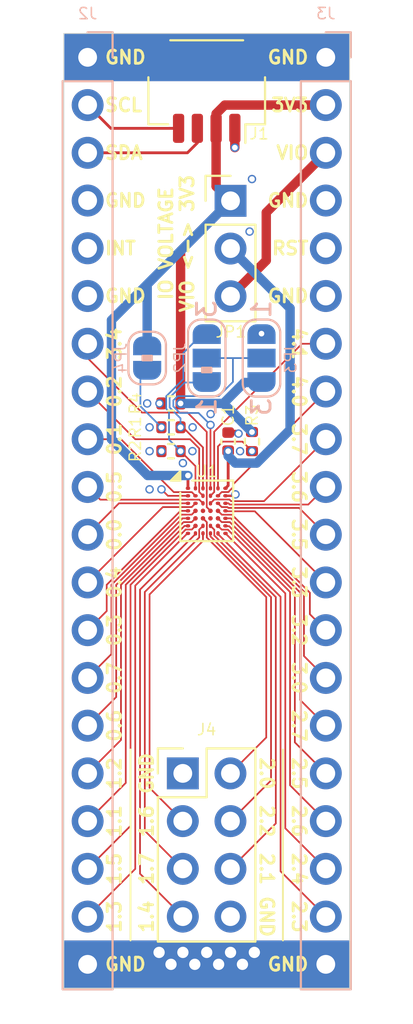
<source format=kicad_pcb>
(kicad_pcb (version 20240108) (generator "pcbnew") (generator_version "8.0")
  (layers (0 "F.Cu" mixed) (1 "In1.Cu" power) (2 "In2.Cu" signal) (3 "In3.Cu" signal) (4 "In4.Cu" power) (31 "B.Cu" mixed) (34 "B.Paste" user) (35 "F.Paste" user) (36 "B.SilkS" user "B.Silkscreen") (37 "F.SilkS" user "F.Silkscreen") (38 "B.Mask" user) (39 "F.Mask" user) (44 "Edge.Cuts" user))
  (net 0 "")
  (net 1 "P1_6")
  (net 2 "P0_2")
  (net 3 "P2_5")
  (net 4 "P2_2")
  (net 5 "P0_5")
  (net 6 "P1_2")
  (net 7 "P3_6")
  (net 8 "P0_7")
  (net 9 "P1_4")
  (net 10 "P3_4")
  (net 11 "P2_3")
  (net 12 "P4_1")
  (net 13 "P1_5")
  (net 14 "P0_1")
  (net 15 "P3_5")
  (net 16 "P2_4")
  (net 17 "P3_7")
  (net 18 "P3_3")
  (net 19 "P4_0")
  (net 20 "P2_6")
  (net 21 "P0_4")
  (net 22 "P0_6")
  (net 23 "P0_3")
  (net 24 "P1_7")
  (net 25 "P3_0")
  (net 26 "P3_2")
  (net 27 "P1_1")
  (net 28 "P2_1")
  (net 29 "P1_3")
  (net 30 "P0_0")
  (net 31 "P2_7")
  (net 32 "P2_0")
  (net 33 "GND")
  (net 34 "+3V3")
  (net 35 "/SDA")
  (net 36 "/SCL")
  (net 37 "/V_{DD(P)}")
  (net 38 "Net-(JP4-A)")
  (net 39 "VIO")
  (net 40 "/ADDR")
  (net 41 "/~{RESET}")
  (net 42 "/~{INT}")
  (footprint "Resistor_SMD:R_0402_1005Metric" (layer "F.Cu") (at 153.095 104.765)
    (property "Reference" "R4" (at -1.905 0 90) (layer "F.SilkS") (effects (font (size 0.6 0.6) (thickness 0.08))))
    (property "Value" "10k")
    (pad "1" smd roundrect (at -0.51 0) (size 0.54 0.64) (layers "F.Cu" "F.Paste" "F.Mask") (net 42 "/~{INT}"))
    (pad "2" smd roundrect (at 0.51 0) (size 0.54 0.64) (layers "F.Cu" "F.Paste" "F.Mask") (net 34 "+3V3"))
  )
  (footprint "Connector_PinHeader_2.54mm:PinHeader_2x04_P2.54mm_Vertical" (layer "F.Cu") (at 153.725 124.45)
    (property "Reference" "J4" (at 1.27 -2.33 0) (layer "F.SilkS") (effects (font (size 0.6 0.6) (thickness 0.08))))
    (property "Value" "Conn_02x04_Odd_Even")
    (pad "1" thru_hole rect (at 0 0) (size 1.7 1.7) (drill 1) (layers "*.Cu" "*.Mask") (net 33 "GND"))
    (pad "2" thru_hole oval (at 2.54 0) (size 1.7 1.7) (drill 1) (layers "*.Cu" "*.Mask") (net 32 "P2_0"))
    (pad "3" thru_hole oval (at 0 2.54) (size 1.7 1.7) (drill 1) (layers "*.Cu" "*.Mask") (net 1 "P1_6"))
    (pad "4" thru_hole oval (at 2.54 2.54) (size 1.7 1.7) (drill 1) (layers "*.Cu" "*.Mask") (net 4 "P2_2"))
    (pad "5" thru_hole oval (at 0 5.08) (size 1.7 1.7) (drill 1) (layers "*.Cu" "*.Mask") (net 24 "P1_7"))
    (pad "6" thru_hole oval (at 2.54 5.08) (size 1.7 1.7) (drill 1) (layers "*.Cu" "*.Mask") (net 28 "P2_1"))
    (pad "7" thru_hole oval (at 0 7.62) (size 1.7 1.7) (drill 1) (layers "*.Cu" "*.Mask") (net 9 "P1_4"))
    (pad "8" thru_hole oval (at 2.54 7.62) (size 1.7 1.7) (drill 1) (layers "*.Cu" "*.Mask") (net 33 "GND"))
  )
  (footprint "Resistor_SMD:R_0402_1005Metric" (layer "F.Cu") (at 153.095 106.035)
    (property "Reference" "R1" (at -1.905 0 90) (layer "F.SilkS") (effects (font (size 0.6 0.6) (thickness 0.08))))
    (property "Value" "4.7k")
    (pad "1" smd roundrect (at -0.51 0) (size 0.54 0.64) (layers "F.Cu" "F.Paste" "F.Mask") (net 38 "Net-(JP4-A)"))
    (pad "2" smd roundrect (at 0.51 0) (size 0.54 0.64) (layers "F.Cu" "F.Paste" "F.Mask") (net 36 "/SCL"))
  )
  (footprint "Connector_PinHeader_2.54mm:PinHeader_1x03_P2.54mm_Vertical" (layer "F.Cu") (at 156.27 93.985)
    (property "Reference" "JP1" (at 0.015 6.97 180) (layer "F.SilkS") (effects (font (size 0.6 0.6) (thickness 0.08))))
    (property "Value" "Jumper_3_Bridged12")
    (pad "1" thru_hole rect (at 0 0) (size 1.7 1.7) (drill 1) (layers "*.Cu" "*.Mask") (net 34 "+3V3"))
    (pad "2" thru_hole oval (at 0 2.54) (size 1.7 1.7) (drill 1) (layers "*.Cu" "*.Mask") (net 37 "/V_{DD(P)}"))
    (pad "3" thru_hole oval (at 0 5.08) (size 1.7 1.7) (drill 1) (layers "*.Cu" "*.Mask") (net 39 "VIO"))
  )
  (footprint "Connector_JST:JST_SH_SM04B-SRSS-TB_1x04-1MP_P1.00mm_Horizontal" (layer "F.Cu") (at 155 88.128 180)
    (property "Reference" "J1" (at -2.794 -2.286 0) (layer "F.SilkS") (effects (font (size 0.6 0.6) (thickness 0.08))))
    (property "Value" "SM04B-SRSS-TB")
    (pad "1" smd roundrect (at -1.5 -2 180) (size 0.6 1.55) (layers "F.Cu" "F.Paste" "F.Mask") (net 33 "GND"))
    (pad "2" smd roundrect (at -0.5 -2 180) (size 0.6 1.55) (layers "F.Cu" "F.Paste" "F.Mask") (net 34 "+3V3"))
    (pad "3" smd roundrect (at 0.5 -2 180) (size 0.6 1.55) (layers "F.Cu" "F.Paste" "F.Mask") (net 35 "/SDA"))
    (pad "4" smd roundrect (at 1.5 -2 180) (size 0.6 1.55) (layers "F.Cu" "F.Paste" "F.Mask") (net 36 "/SCL"))
    (pad "MP" smd roundrect (at -2.8 1.875 180) (size 1.2 1.8) (layers "F.Cu" "F.Paste" "F.Mask") (roundrect_rratio 0.208333) (net 33 "GND"))
    (pad "MP" smd roundrect (at 2.8 1.875 180) (size 1.2 1.8) (layers "F.Cu" "F.Paste" "F.Mask") (roundrect_rratio 0.208333) (net 33 "GND"))
  )
  (footprint "Capacitor_SMD:C_0402_1005Metric" (layer "F.Cu") (at 156.143 106.797 90)
    (property "Reference" "C1" (at 1.397 0 270) (layer "F.SilkS") (effects (font (size 0.6 0.6) (thickness 0.08))))
    (property "Value" "0.22u")
    (pad "1" smd roundrect (at -0.48 0 90) (size 0.56 0.62) (layers "F.Cu" "F.Paste" "F.Mask") (net 37 "/V_{DD(P)}"))
    (pad "2" smd roundrect (at 0.48 0 90) (size 0.56 0.62) (layers "F.Cu" "F.Paste" "F.Mask") (net 33 "GND"))
  )
  (footprint "Package_BGA:NXP_VFBGA-42_2.6x3mm_Layout6x7_P0.4mm_Ball0.25mm_Pad0.24mm" (layer "F.Cu") (at 155 110.48)
    (property "Reference" "U1" (at 0 -2.104 0) (layer "F.SilkS") (effects (font (size 0.6 0.6) (thickness 0.08))))
    (property "Value" "PCAL6534EV")
    (pad "A1" smd oval (at -1 -1.2) (size 0.24 0.18) (property pad_prop_bga) (layers "F.Cu" "F.Paste" "F.Mask") (net 34 "+3V3") (clearance 0.06))
    (pad "A2" smd oval (at -0.6 -1.2 90) (size 0.24 0.18) (property pad_prop_bga) (layers "F.Cu" "F.Paste" "F.Mask") (net 35 "/SDA"))
    (pad "A3" smd oval (at -0.2 -1.2 90) (size 0.24 0.18) (property pad_prop_bga) (layers "F.Cu" "F.Paste" "F.Mask") (net 36 "/SCL"))
    (pad "A4" smd oval (at 0.2 -1.2 90) (size 0.24 0.18) (property pad_prop_bga) (layers "F.Cu" "F.Paste" "F.Mask") (net 40 "/ADDR"))
    (pad "A5" smd oval (at 0.6 -1.2 90) (size 0.24 0.18) (property pad_prop_bga) (layers "F.Cu" "F.Paste" "F.Mask") (net 41 "/~{RESET}"))
    (pad "A6" smd oval (at 1 -1.2) (size 0.24 0.18) (property pad_prop_bga) (layers "F.Cu" "F.Paste" "F.Mask") (net 37 "/V_{DD(P)}"))
    (pad "B1" smd oval (at -1 -0.8) (size 0.24 0.18) (property pad_prop_bga) (layers "F.Cu" "F.Paste" "F.Mask") (net 42 "/~{INT}") (clearance 0.06))
    (pad "B2" smd oval (at -0.6 -0.8) (size 0.24 0.18) (property pad_prop_bga) (layers "F.Cu" "F.Paste" "F.Mask") (net 14 "P0_1"))
    (pad "B3" smd oval (at -0.2 -0.8 90) (size 0.24 0.18) (property pad_prop_bga) (layers "F.Cu" "F.Paste" "F.Mask") (net 2 "P0_2"))
    (pad "B4" smd oval (at 0.2 -0.8 90) (size 0.24 0.18) (property pad_prop_bga) (layers "F.Cu" "F.Paste" "F.Mask") (net 12 "P4_1"))
    (pad "B5" smd oval (at 0.6 -0.8) (size 0.24 0.18) (property pad_prop_bga) (layers "F.Cu" "F.Paste" "F.Mask") (net 19 "P4_0"))
    (pad "B6" smd oval (at 1 -0.8) (size 0.24 0.18) (property pad_prop_bga) (layers "F.Cu" "F.Paste" "F.Mask") (net 33 "GND"))
    (pad "C1" smd oval (at -1 -0.4) (size 0.24 0.18) (property pad_prop_bga) (layers "F.Cu" "F.Paste" "F.Mask") (net 30 "P0_0"))
    (pad "C2" smd oval (at -0.6 -0.4) (size 0.24 0.18) (property pad_prop_bga) (layers "F.Cu" "F.Paste" "F.Mask") (net 21 "P0_4"))
    (pad "C3" smd oval (at -0.2 -0.4 90) (size 0.24 0.18) (property pad_prop_bga) (layers "F.Cu" "F.Paste" "F.Mask") (net 5 "P0_5"))
    (pad "C4" smd oval (at 0.2 -0.4 90) (size 0.24 0.18) (property pad_prop_bga) (layers "F.Cu" "F.Paste" "F.Mask") (net 17 "P3_7"))
    (pad "C5" smd oval (at 0.6 -0.4) (size 0.24 0.18) (property pad_prop_bga) (layers "F.Cu" "F.Paste" "F.Mask") (net 15 "P3_5"))
    (pad "C6" smd oval (at 1 -0.4) (size 0.24 0.18) (property pad_prop_bga) (layers "F.Cu" "F.Paste" "F.Mask") (net 7 "P3_6"))
    (pad "D1" smd oval (at -1 0) (size 0.24 0.18) (property pad_prop_bga) (layers "F.Cu" "F.Paste" "F.Mask") (net 23 "P0_3"))
    (pad "D2" smd circle (at -0.6 0) (size 0.24 0.24) (property pad_prop_bga) (layers "F.Cu" "F.Paste" "F.Mask") (net 8 "P0_7"))
    (pad "D3" smd circle (at -0.2 0) (size 0.24 0.24) (property pad_prop_bga) (layers "F.Cu" "F.Paste" "F.Mask"))
    (pad "D4" smd circle (at 0.2 0) (size 0.24 0.24) (property pad_prop_bga) (layers "F.Cu" "F.Paste" "F.Mask") (net 10 "P3_4"))
    (pad "D5" smd circle (at 0.6 0) (size 0.24 0.24) (property pad_prop_bga) (layers "F.Cu" "F.Paste" "F.Mask") (net 26 "P3_2"))
    (pad "D6" smd oval (at 1 0) (size 0.24 0.18) (property pad_prop_bga) (layers "F.Cu" "F.Paste" "F.Mask") (net 18 "P3_3"))
    (pad "E1" smd oval (at -1 0.4) (size 0.24 0.18) (property pad_prop_bga) (layers "F.Cu" "F.Paste" "F.Mask") (net 22 "P0_6"))
    (pad "E2" smd circle (at -0.6 0.4) (size 0.24 0.24) (property pad_prop_bga) (layers "F.Cu" "F.Paste" "F.Mask") (net 6 "P1_2"))
    (pad "E3" smd circle (at -0.2 0.4) (size 0.24 0.24) (property pad_prop_bga) (layers "F.Cu" "F.Paste" "F.Mask") (net 32 "P2_0"))
    (pad "E4" smd circle (at 0.2 0.4) (size 0.24 0.24) (property pad_prop_bga) (layers "F.Cu" "F.Paste" "F.Mask"))
    (pad "E5" smd circle (at 0.6 0.4) (size 0.24 0.24) (property pad_prop_bga) (layers "F.Cu" "F.Paste" "F.Mask") (net 31 "P2_7"))
    (pad "E6" smd oval (at 1 0.4) (size 0.24 0.18) (property pad_prop_bga) (layers "F.Cu" "F.Paste" "F.Mask") (net 25 "P3_0"))
    (pad "F1" smd oval (at -1 0.8) (size 0.24 0.18) (property pad_prop_bga) (layers "F.Cu" "F.Paste" "F.Mask") (net 27 "P1_1"))
    (pad "F2" smd circle (at -0.6 0.8) (size 0.24 0.24) (property pad_prop_bga) (layers "F.Cu" "F.Paste" "F.Mask") (net 13 "P1_5"))
    (pad "F3" smd oval (at -0.2 0.8 90) (size 0.24 0.18) (property pad_prop_bga) (layers "F.Cu" "F.Paste" "F.Mask") (net 24 "P1_7"))
    (pad "F4" smd oval (at 0.2 0.8 90) (size 0.24 0.18) (property pad_prop_bga) (layers "F.Cu" "F.Paste" "F.Mask") (net 28 "P2_1"))
    (pad "F5" smd circle (at 0.6 0.8) (size 0.24 0.24) (property pad_prop_bga) (layers "F.Cu" "F.Paste" "F.Mask") (net 20 "P2_6"))
    (pad "F6" smd oval (at 1 0.8) (size 0.24 0.18) (property pad_prop_bga) (layers "F.Cu" "F.Paste" "F.Mask") (net 3 "P2_5"))
    (pad "G1" smd oval (at -1 1.2) (size 0.24 0.18) (property pad_prop_bga) (layers "F.Cu" "F.Paste" "F.Mask") (net 29 "P1_3"))
    (pad "G2" smd oval (at -0.6 1.2 90) (size 0.24 0.18) (property pad_prop_bga) (layers "F.Cu" "F.Paste" "F.Mask") (net 9 "P1_4"))
    (pad "G3" smd oval (at -0.2 1.2 90) (size 0.24 0.18) (property pad_prop_bga) (layers "F.Cu" "F.Paste" "F.Mask") (net 1 "P1_6"))
    (pad "G4" smd oval (at 0.2 1.2 90) (size 0.24 0.18) (property pad_prop_bga) (layers "F.Cu" "F.Paste" "F.Mask") (net 4 "P2_2"))
    (pad "G5" smd oval (at 0.6 1.2 90) (size 0.24 0.18) (property pad_prop_bga) (layers "F.Cu" "F.Paste" "F.Mask") (net 11 "P2_3"))
    (pad "G6" smd oval (at 1 1.2) (size 0.24 0.18) (property pad_prop_bga) (layers "F.Cu" "F.Paste" "F.Mask") (net 16 "P2_4"))
  )
  (footprint "Resistor_SMD:R_0402_1005Metric" (layer "F.Cu") (at 153.095 107.305)
    (property "Reference" "R2" (at -1.905 0 90) (layer "F.SilkS") (effects (font (size 0.6 0.6) (thickness 0.08))))
    (property "Value" "4.7k")
    (pad "1" smd roundrect (at -0.51 0) (size 0.54 0.64) (layers "F.Cu" "F.Paste" "F.Mask") (net 38 "Net-(JP4-A)"))
    (pad "2" smd roundrect (at 0.51 0) (size 0.54 0.64) (layers "F.Cu" "F.Paste" "F.Mask") (net 35 "/SDA"))
  )
  (footprint "Resistor_SMD:R_0402_1005Metric" (layer "F.Cu") (at 157.413 106.795 90)
    (property "Reference" "R3" (at 1.397 0 270) (layer "F.SilkS") (effects (font (size 0.6 0.6) (thickness 0.08))))
    (property "Value" "10k")
    (pad "1" smd roundrect (at -0.51 0 90) (size 0.54 0.64) (layers "F.Cu" "F.Paste" "F.Mask") (net 41 "/~{RESET}"))
    (pad "2" smd roundrect (at 0.51 0 90) (size 0.54 0.64) (layers "F.Cu" "F.Paste" "F.Mask") (net 34 "+3V3"))
  )
  (footprint "Jumper:SolderJumper-2_P1.3mm_Bridged_RoundedPad1.0x1.5mm" (layer "B.Cu") (at 151.825 102.352 90)
    (property "Reference" "JP4" (at 0 -1.397 270) (layer "B.SilkS") (effects (font (size 0.6 0.6) (thickness 0.08)) (justify mirror)))
    (property "Value" "SolderJumper_2_Bridged")
    (fp_poly (pts (xy 0.25 0.3) (xy -0.25 0.3) (xy -0.25 -0.3) (xy 0.25 -0.3)) (fill solid) (layer "B.Cu"))
    (pad "1" smd custom (at -0.65 0 90) (size 1 0.5) (layers "B.Cu" "B.Mask") (net 38 "Net-(JP4-A)") (options (clearance outline) (anchor rect)) (primitives (gr_circle (center 0 -0.25) (end 0.5 -0.25) (width 0) (fill yes)) (gr_circle (center 0 0.25) (end 0.5 0.25) (width 0) (fill yes)) (gr_poly (pts (xy 0.5 -0.75) (xy 0 -0.75) (xy 0 0.75) (xy 0.5 0.75)) (width 0) (fill yes))))
    (pad "2" smd custom (at 0.65 0 90) (size 1 0.5) (layers "B.Cu" "B.Mask") (net 34 "+3V3") (options (clearance outline) (anchor rect)) (primitives (gr_circle (center 0 -0.25) (end 0.5 -0.25) (width 0) (fill yes)) (gr_circle (center 0 0.25) (end 0.5 0.25) (width 0) (fill yes)) (gr_poly (pts (xy 0 -0.75) (xy -0.5 -0.75) (xy -0.5 0.75) (xy 0 0.75)) (width 0) (fill yes))))
  )
  (footprint "Jumper:SolderJumper-3_P1.3mm_Open_RoundedPad1.0x1.5mm_NumberLabels" (layer "B.Cu") (at 157.921 102.352 -90)
    (property "Reference" "JP3" (at 0 -1.556 90) (layer "B.SilkS") (effects (font (size 0.6 0.6) (thickness 0.08)) (justify mirror)))
    (property "Value" "SolderJumper_3_Open")
    (fp_text user "3" (at 2.6 0 90) (layer "B.SilkS") (effects (justify mirror)))
    (fp_text user "1" (at -2.6 0 90) (layer "B.SilkS") (effects (justify mirror)))
    (pad "1" smd custom (at -1.3 0 270) (size 1 0.5) (layers "B.Cu" "B.Mask") (net 33 "GND") (options (clearance outline) (anchor rect)) (primitives (gr_circle (center 0 -0.25) (end 0.5 -0.25) (width 0) (fill yes)) (gr_circle (center 0 0.25) (end 0.5 0.25) (width 0) (fill yes)) (gr_poly (pts (xy 0.55 -0.75) (xy 0 -0.75) (xy 0 0.75) (xy 0.55 0.75)) (width 0) (fill yes))))
    (pad "2" smd rect (at 0 0 270) (size 1 1.5) (layers "B.Cu" "B.Mask") (net 40 "/ADDR"))
    (pad "3" smd custom (at 1.3 0 270) (size 1 0.5) (layers "B.Cu" "B.Mask") (net 34 "+3V3") (options (clearance outline) (anchor rect)) (primitives (gr_circle (center 0 -0.25) (end 0.5 -0.25) (width 0) (fill yes)) (gr_circle (center 0 0.25) (end 0.5 0.25) (width 0) (fill yes)) (gr_poly (pts (xy 0 -0.75) (xy -0.55 -0.75) (xy -0.55 0.75) (xy 0 0.75)) (width 0) (fill yes))))
  )
  (footprint "Connector_PinHeader_2.54mm:PinHeader_1x20_P2.54mm_Vertical" (layer "B.Cu") (at 161.35 86.35 180)
    (property "Reference" "J3" (at 0 2.33 180) (layer "B.SilkS") (effects (font (size 0.6 0.6) (thickness 0.08)) (justify mirror)))
    (property "Value" "Conn_01x20")
    (pad "1" thru_hole rect (at 0 0 180) (size 1.7 1.7) (drill 1) (layers "*.Cu" "*.Mask") (net 33 "GND"))
    (pad "2" thru_hole oval (at 0 -2.54 180) (size 1.7 1.7) (drill 1) (layers "*.Cu" "*.Mask") (net 34 "+3V3"))
    (pad "3" thru_hole oval (at 0 -5.08 180) (size 1.7 1.7) (drill 1) (layers "*.Cu" "*.Mask") (net 39 "VIO"))
    (pad "4" thru_hole oval (at 0 -7.62 180) (size 1.7 1.7) (drill 1) (layers "*.Cu" "*.Mask") (net 33 "GND"))
    (pad "5" thru_hole oval (at 0 -10.16 180) (size 1.7 1.7) (drill 1) (layers "*.Cu" "*.Mask") (net 41 "/~{RESET}"))
    (pad "6" thru_hole oval (at 0 -12.7 180) (size 1.7 1.7) (drill 1) (layers "*.Cu" "*.Mask") (net 33 "GND"))
    (pad "7" thru_hole oval (at 0 -15.24 180) (size 1.7 1.7) (drill 1) (layers "*.Cu" "*.Mask") (net 12 "P4_1"))
    (pad "8" thru_hole oval (at 0 -17.78 180) (size 1.7 1.7) (drill 1) (layers "*.Cu" "*.Mask") (net 19 "P4_0"))
    (pad "9" thru_hole oval (at 0 -20.32 180) (size 1.7 1.7) (drill 1) (layers "*.Cu" "*.Mask") (net 17 "P3_7"))
    (pad "10" thru_hole oval (at 0 -22.86 180) (size 1.7 1.7) (drill 1) (layers "*.Cu" "*.Mask") (net 7 "P3_6"))
    (pad "11" thru_hole oval (at 0 -25.4 180) (size 1.7 1.7) (drill 1) (layers "*.Cu" "*.Mask") (net 15 "P3_5"))
    (pad "12" thru_hole oval (at 0 -27.94 180) (size 1.7 1.7) (drill 1) (layers "*.Cu" "*.Mask") (net 18 "P3_3"))
    (pad "13" thru_hole oval (at 0 -30.48 180) (size 1.7 1.7) (drill 1) (layers "*.Cu" "*.Mask") (net 26 "P3_2"))
    (pad "14" thru_hole oval (at 0 -33.02 180) (size 1.7 1.7) (drill 1) (layers "*.Cu" "*.Mask") (net 25 "P3_0"))
    (pad "15" thru_hole oval (at 0 -35.56 180) (size 1.7 1.7) (drill 1) (layers "*.Cu" "*.Mask") (net 31 "P2_7"))
    (pad "16" thru_hole oval (at 0 -38.1 180) (size 1.7 1.7) (drill 1) (layers "*.Cu" "*.Mask") (net 3 "P2_5"))
    (pad "17" thru_hole oval (at 0 -40.64 180) (size 1.7 1.7) (drill 1) (layers "*.Cu" "*.Mask") (net 20 "P2_6"))
    (pad "18" thru_hole oval (at 0 -43.18 180) (size 1.7 1.7) (drill 1) (layers "*.Cu" "*.Mask") (net 16 "P2_4"))
    (pad "19" thru_hole oval (at 0 -45.72 180) (size 1.7 1.7) (drill 1) (layers "*.Cu" "*.Mask") (net 11 "P2_3"))
    (pad "20" thru_hole oval (at 0 -48.26 180) (size 1.7 1.7) (drill 1) (layers "*.Cu" "*.Mask") (net 33 "GND"))
  )
  (footprint "Connector_PinHeader_2.54mm:PinHeader_1x20_P2.54mm_Vertical" (layer "B.Cu") (at 148.65 86.35 180)
    (property "Reference" "J2" (at 0 2.33 180) (layer "B.SilkS") (effects (font (size 0.6 0.6) (thickness 0.08)) (justify mirror)))
    (property "Value" "Conn_01x20")
    (pad "1" thru_hole rect (at 0 0 180) (size 1.7 1.7) (drill 1) (layers "*.Cu" "*.Mask") (net 33 "GND"))
    (pad "2" thru_hole oval (at 0 -2.54 180) (size 1.7 1.7) (drill 1) (layers "*.Cu" "*.Mask") (net 36 "/SCL"))
    (pad "3" thru_hole oval (at 0 -5.08 180) (size 1.7 1.7) (drill 1) (layers "*.Cu" "*.Mask") (net 35 "/SDA"))
    (pad "4" thru_hole oval (at 0 -7.62 180) (size 1.7 1.7) (drill 1) (layers "*.Cu" "*.Mask") (net 33 "GND"))
    (pad "5" thru_hole oval (at 0 -10.16 180) (size 1.7 1.7) (drill 1) (layers "*.Cu" "*.Mask") (net 42 "/~{INT}"))
    (pad "6" thru_hole oval (at 0 -12.7 180) (size 1.7 1.7) (drill 1) (layers "*.Cu" "*.Mask") (net 33 "GND"))
    (pad "7" thru_hole oval (at 0 -15.24 180) (size 1.7 1.7) (drill 1) (layers "*.Cu" "*.Mask") (net 10 "P3_4"))
    (pad "8" thru_hole oval (at 0 -17.78 180) (size 1.7 1.7) (drill 1) (layers "*.Cu" "*.Mask") (net 2 "P0_2"))
    (pad "9" thru_hole oval (at 0 -20.32 180) (size 1.7 1.7) (drill 1) (layers "*.Cu" "*.Mask") (net 14 "P0_1"))
    (pad "10" thru_hole oval (at 0 -22.86 180) (size 1.7 1.7) (drill 1) (layers "*.Cu" "*.Mask") (net 5 "P0_5"))
    (pad "11" thru_hole oval (at 0 -25.4 180) (size 1.7 1.7) (drill 1) (layers "*.Cu" "*.Mask") (net 30 "P0_0"))
    (pad "12" thru_hole oval (at 0 -27.94 180) (size 1.7 1.7) (drill 1) (layers "*.Cu" "*.Mask") (net 21 "P0_4"))
    (pad "13" thru_hole oval (at 0 -30.48 180) (size 1.7 1.7) (drill 1) (layers "*.Cu" "*.Mask") (net 23 "P0_3"))
    (pad "14" thru_hole oval (at 0 -33.02 180) (size 1.7 1.7) (drill 1) (layers "*.Cu" "*.Mask") (net 8 "P0_7"))
    (pad "15" thru_hole oval (at 0 -35.56 180) (size 1.7 1.7) (drill 1) (layers "*.Cu" "*.Mask") (net 22 "P0_6"))
    (pad "16" thru_hole oval (at 0 -38.1 180) (size 1.7 1.7) (drill 1) (layers "*.Cu" "*.Mask") (net 6 "P1_2"))
    (pad "17" thru_hole oval (at 0 -40.64 180) (size 1.7 1.7) (drill 1) (layers "*.Cu" "*.Mask") (net 27 "P1_1"))
    (pad "18" thru_hole oval (at 0 -43.18 180) (size 1.7 1.7) (drill 1) (layers "*.Cu" "*.Mask") (net 13 "P1_5"))
    (pad "19" thru_hole oval (at 0 -45.72 180) (size 1.7 1.7) (drill 1) (layers "*.Cu" "*.Mask") (net 29 "P1_3"))
    (pad "20" thru_hole oval (at 0 -48.26 180) (size 1.7 1.7) (drill 1) (layers "*.Cu" "*.Mask") (net 33 "GND"))
  )
  (footprint "Jumper:SolderJumper-3_P1.3mm_Bridged12_RoundedPad1.0x1.5mm_NumberLabels" (layer "B.Cu") (at 155 102.352 90)
    (property "Reference" "JP2" (at 0 -1.432 270) (layer "B.SilkS") (effects (font (size 0.6 0.6) (thickness 0.08)) (justify mirror)))
    (property "Value" "SolderJumper_3_Bridged12")
    (fp_poly (pts (xy -0.9 0.3) (xy -0.4 0.3) (xy -0.4 -0.3) (xy -0.9 -0.3)) (fill solid) (layer "B.Cu"))
    (fp_text user "3" (at 2.6 0 270) (layer "B.SilkS") (effects (justify mirror)))
    (fp_text user "1" (at -2.6 0 270) (layer "B.SilkS") (effects (justify mirror)))
    (pad "1" smd custom (at -1.3 0 90) (size 1 0.5) (layers "B.Cu" "B.Mask") (net 36 "/SCL") (options (clearance outline) (anchor rect)) (primitives (gr_poly (pts (xy 0.55 -0.75) (xy 0 -0.75) (xy 0 0.75) (xy 0.55 0.75)) (width 0) (fill yes)) (gr_circle (center 0 -0.25) (end 0.5 -0.25) (width 0) (fill yes)) (gr_circle (center 0 0.25) (end 0.5 0.25) (width 0) (fill yes))))
    (pad "2" smd rect (at 0 0 90) (size 1 1.5) (layers "B.Cu" "B.Mask") (net 40 "/ADDR"))
    (pad "3" smd custom (at 1.3 0 90) (size 1 0.5) (layers "B.Cu" "B.Mask") (net 35 "/SDA") (options (clearance outline) (anchor rect)) (primitives (gr_circle (center 0 -0.25) (end 0.5 -0.25) (width 0) (fill yes)) (gr_circle (center 0 0.25) (end 0.5 0.25) (width 0) (fill yes)) (gr_poly (pts (xy 0 -0.75) (xy -0.55 -0.75) (xy -0.55 0.75) (xy 0 0.75)) (width 0) (fill yes))))
  )
  (gr_rect (start 154.746 102.86) (end 155.254 103.114) (stroke (width 0.1)) (fill solid) (layer "B.SilkS"))
  (gr_rect (start 151.571 102.225) (end 152.079 102.479) (stroke (width 0.1)) (fill solid) (layer "B.SilkS"))
  (gr_line (start 150.936 133.34) (end 150.936 123.18) (stroke (width 0.1)) (layer "F.SilkS"))
  (gr_line (start 159.064 123.18) (end 159.064 133.34) (stroke (width 0.1)) (layer "F.SilkS"))
  (gr_rect (start 147.38 85.08) (end 162.62 135.88) (stroke (width 0.05)) (fill none) (layer "Edge.Cuts"))
  (gr_text "2.1" (at 157.794 129.53 270) (layer "F.SilkS") (effects (font (size 0.7 0.7) (thickness 0.15) (bold yes)) (justify bottom)))
  (gr_text "GND" (at 157.794 132.07 270) (layer "F.SilkS") (effects (font (size 0.7 0.7) (thickness 0.15) (bold yes)) (justify bottom)))
  (gr_text "GND" (at 160.5 86.35 0) (layer "F.SilkS") (effects (font (size 0.7 0.7)) (justify right)))
  (gr_text "2.7" (at 160.334 121.91 270) (layer "F.SilkS") (effects (font (size 0.7 0.7) (thickness 0.15) (bold yes)) (justify top)))
  (gr_text "3.5" (at 160.334 111.75 270) (layer "F.SilkS") (effects (font (size 0.7 0.7) (thickness 0.15) (bold yes)) (justify top)))
  (gr_text "0.2" (at 149.666 104.13 90) (layer "F.SilkS") (effects (font (size 0.7 0.7)) (justify top)))
  (gr_text "SDA" (at 149.5 91.43 0) (layer "F.SilkS") (effects (font (size 0.7 0.7)) (justify left)))
  (gr_text "0.7" (at 149.666 119.37 90) (layer "F.SilkS") (effects (font (size 0.7 0.7)) (justify top)))
  (gr_text "INT" (at 149.5 96.51 0) (layer "F.SilkS") (effects (font (size 0.7 0.7)) (justify left)))
  (gr_text "1.6" (at 152.206 126.99 90) (layer "F.SilkS") (effects (font (size 0.7 0.7)) (justify bottom)))
  (gr_text "GND" (at 160.5 134.61 0) (layer "F.SilkS") (effects (font (size 0.7 0.7) (thickness 0.15) (bold yes)) (justify right)))
  (gr_text "0.0" (at 149.666 111.75 90) (layer "F.SilkS") (effects (font (size 0.7 0.7)) (justify top)))
  (gr_text "3V3" (at 160.5 88.89 0) (layer "F.SilkS") (effects (font (size 0.7 0.7)) (justify right)))
  (gr_text "4.1" (at 160.334 101.59 270) (layer "F.SilkS") (effects (font (size 0.7 0.7) (thickness 0.15) (bold yes)) (justify top)))
  (gr_text "0.4" (at 149.666 114.29 90) (layer "F.SilkS") (effects (font (size 0.7 0.7)) (justify top)))
  (gr_text "2.5" (at 160.334 124.45 270) (layer "F.SilkS") (effects (font (size 0.7 0.7) (thickness 0.15) (bold yes)) (justify top)))
  (gr_text "GND" (at 149.5 93.97 0) (layer "F.SilkS") (effects (font (size 0.7 0.7)) (justify left)))
  (gr_text "GND" (at 149.5 134.61 0) (layer "F.SilkS") (effects (font (size 0.7 0.7) (thickness 0.15) (bold yes)) (justify left)))
  (gr_text "GND" (at 149.5 99.05 0) (layer "F.SilkS") (effects (font (size 0.7 0.7)) (justify left)))
  (gr_text "0.5" (at 149.666 109.21 90) (layer "F.SilkS") (effects (font (size 0.7 0.7)) (justify top)))
  (gr_text "2.4" (at 160.334 129.53 270) (layer "F.SilkS") (effects (font (size 0.7 0.7) (thickness 0.15) (bold yes)) (justify top)))
  (gr_text "0.1" (at 149.666 106.67 90) (layer "F.SilkS") (effects (font (size 0.7 0.7)) (justify top)))
  (gr_text "0.6" (at 149.666 121.91 90) (layer "F.SilkS") (effects (font (size 0.7 0.7)) (justify top)))
  (gr_text "0.3" (at 149.666 116.83 90) (layer "F.SilkS") (effects (font (size 0.7 0.7)) (justify top)))
  (gr_text "3.7" (at 160.334 106.67 270) (layer "F.SilkS") (effects (font (size 0.7 0.7) (thickness 0.15) (bold yes)) (justify top)))
  (gr_text "3.0" (at 160.334 119.37 270) (layer "F.SilkS") (effects (font (size 0.7 0.7) (thickness 0.15) (bold yes)) (justify top)))
  (gr_text "3.6" (at 160.334 109.21 270) (layer "F.SilkS") (effects (font (size 0.7 0.7) (thickness 0.15) (bold yes)) (justify top)))
  (gr_text "VIO" (at 160.5 91.43 0) (layer "F.SilkS") (effects (font (size 0.7 0.7)) (justify right)))
  (gr_text "3.4" (at 149.666 101.59 90) (layer "F.SilkS") (effects (font (size 0.7 0.7)) (justify top)))
  (gr_text "1.7" (at 152.206 129.53 90) (layer "F.SilkS") (effects (font (size 0.7 0.7) (thickness 0.15) (bold yes)) (justify bottom)))
  (gr_text "GND" (at 152.206 124.45 90) (layer "F.SilkS") (effects (font (size 0.7 0.7)) (justify bottom)))
  (gr_text "1.5" (at 149.666 129.53 90) (layer "F.SilkS") (effects (font (size 0.7 0.7) (thickness 0.15) (bold yes)) (justify top)))
  (gr_text "SCL" (at 149.5 88.89 0) (layer "F.SilkS") (effects (font (size 0.7 0.7)) (justify left)))
  (gr_text "IO VOLTAGE\nVIO <-> 3V3" (at 154.365 96.256 90) (layer "F.SilkS") (effects (font (size 0.7 0.7) (thickness 0.15) (bold yes)) (justify bottom)))
  (gr_text "1.3" (at 149.666 132.07 90) (layer "F.SilkS") (effects (font (size 0.7 0.7) (thickness 0.15) (bold yes)) (justify top)))
  (gr_text "4.0" (at 160.334 104.13 270) (layer "F.SilkS") (effects (font (size 0.7 0.7) (thickness 0.15) (bold yes)) (justify top)))
  (gr_text "3.2" (at 160.334 116.83 270) (layer "F.SilkS") (effects (font (size 0.7 0.7) (thickness 0.15) (bold yes)) (justify top)))
  (gr_text "GND" (at 149.5 86.35 0) (layer "F.SilkS") (effects (font (size 0.7 0.7)) (justify left)))
  (gr_text "1.1" (at 149.666 126.99 90) (layer "F.SilkS") (effects (font (size 0.7 0.7)) (justify top)))
  (gr_text "2.3" (at 160.334 132.07 270) (layer "F.SilkS") (effects (font (size 0.7 0.7) (thickness 0.15) (bold yes)) (justify top)))
  (gr_text "1.2" (at 149.666 124.45 90) (layer "F.SilkS") (effects (font (size 0.7 0.7)) (justify top)))
  (gr_text "2.2" (at 157.794 126.99 270) (layer "F.SilkS") (effects (font (size 0.7 0.7) (thickness 0.15) (bold yes)) (justify bottom)))
  (gr_text "2.6" (at 160.334 126.99 270) (layer "F.SilkS") (effects (font (size 0.7 0.7) (thickness 0.15) (bold yes)) (justify top)))
  (gr_text "RST" (at 160.5 96.51 0) (layer "F.SilkS") (effects (font (size 0.7 0.7)) (justify right)))
  (gr_text "GND" (at 160.5 93.97 0) (layer "F.SilkS") (effects (font (size 0.7 0.7)) (justify right)))
  (gr_text "2.0" (at 157.794 124.45 270) (layer "F.SilkS") (effects (font (size 0.7 0.7) (thickness 0.15) (bold yes)) (justify bottom)))
  (gr_text "3.3" (at 160.334 114.29 270) (layer "F.SilkS") (effects (font (size 0.7 0.7) (thickness 0.15) (bold yes)) (justify top)))
  (gr_text "GND" (at 160.5 99.05 0) (layer "F.SilkS") (effects (font (size 0.7 0.7)) (justify right)))
  (gr_text "1.4" (at 152.206 132.07 90) (layer "F.SilkS") (effects (font (size 0.7 0.7) (thickness 0.15) (bold yes)) (justify bottom)))
  (segment (start 151.952 125.217) (end 153.725 126.99) (width 0.09) (layer "F.Cu") (net 1))
  (segment (start 154.8 112.08) (end 151.952 114.928) (width 0.09) (layer "F.Cu") (net 1))
  (segment (start 154.8 111.68) (end 154.8 112.08) (width 0.09) (layer "F.Cu") (net 1))
  (segment (start 151.952 114.928) (end 151.952 125.217) (width 0.09) (layer "F.Cu") (net 1))
  (segment (start 154.8 109.68) (end 154.6 109.48) (width 0.09) (layer "F.Cu") (net 2))
  (segment (start 151.19 106.67) (end 148.65 104.13) (width 0.09) (layer "F.Cu") (net 2))
  (segment (start 154.6 109.48) (end 154.6 107.159279) (width 0.09) (layer "F.Cu") (net 2))
  (segment (start 154.110721 106.67) (end 151.19 106.67) (width 0.09) (layer "F.Cu") (net 2))
  (segment (start 154.6 107.159279) (end 154.110721 106.67) (width 0.09) (layer "F.Cu") (net 2))
  (segment (start 156 111.28) (end 156.020002 111.300002) (width 0.09) (layer "F.Cu") (net 3))
  (segment (start 159.699 114.799116) (end 159.699 122.799) (width 0.09) (layer "F.Cu") (net 3))
  (segment (start 156.020002 111.300002) (end 156.199886 111.300002) (width 0.09) (layer "F.Cu") (net 3))
  (segment (start 159.699 122.799) (end 161.35 124.45) (width 0.09) (layer "F.Cu") (net 3))
  (segment (start 156.199886 111.300002) (end 159.699 114.799116) (width 0.09) (layer "F.Cu") (net 3))
  (segment (start 155.2 111.68) (end 155.2 111.84033) (width 0.09) (layer "F.Cu") (net 4))
  (segment (start 155.2 111.84033) (end 158.429 115.06933) (width 0.09) (layer "F.Cu") (net 4))
  (segment (start 158.429 124.826) (end 156.265 126.99) (width 0.09) (layer "F.Cu") (net 4))
  (segment (start 158.429 115.06933) (end 158.429 124.826) (width 0.09) (layer "F.Cu") (net 4))
  (segment (start 154.605 109.885) (end 149.325 109.885) (width 0.09) (layer "F.Cu") (net 5))
  (segment (start 154.8 110.08) (end 154.605 109.885) (width 0.09) (layer "F.Cu") (net 5))
  (segment (start 149.325 109.885) (end 148.65 109.21) (width 0.09) (layer "F.Cu") (net 5))
  (segment (start 154.2 111.08) (end 153.765 111.08) (width 0.09) (layer "F.Cu") (net 6))
  (segment (start 154.4 110.88) (end 154.2 111.08) (width 0.09) (layer "F.Cu") (net 6))
  (segment (start 150.428 122.672) (end 148.65 124.45) (width 0.09) (layer "F.Cu") (net 6))
  (segment (start 153.765 111.08) (end 150.428 114.417) (width 0.09) (layer "F.Cu") (net 6))
  (segment (start 150.428 114.417) (end 150.428 122.672) (width 0.09) (layer "F.Cu") (net 6))
  (segment (start 156 110.08) (end 156.160321 110.08) (width 0.09) (layer "F.Cu") (net 7))
  (segment (start 156.225323 110.145002) (end 160.414998 110.145002) (width 0.09) (layer "F.Cu") (net 7))
  (segment (start 156.160321 110.08) (end 156.225323 110.145002) (width 0.09) (layer "F.Cu") (net 7))
  (segment (start 160.414998 110.145002) (end 161.35 109.21) (width 0.09) (layer "F.Cu") (net 7))
  (segment (start 154.198999 110.681001) (end 153.655999 110.681001) (width 0.09) (layer "F.Cu") (net 8))
  (segment (start 149.92 118.1) (end 148.65 119.37) (width 0.09) (layer "F.Cu") (net 8))
  (segment (start 154.4 110.48) (end 154.198999 110.681001) (width 0.09) (layer "F.Cu") (net 8))
  (segment (start 153.655999 110.681001) (end 149.92 114.417) (width 0.09) (layer "F.Cu") (net 8))
  (segment (start 149.92 114.417) (end 149.92 118.1) (width 0.09) (layer "F.Cu") (net 8))
  (segment (start 151.444 114.671) (end 151.444 129.789) (width 0.09) (layer "F.Cu") (net 9))
  (segment (start 151.444 129.789) (end 153.725 132.07) (width 0.09) (layer "F.Cu") (net 9))
  (segment (start 154.4 111.68) (end 154.4 111.715) (width 0.09) (layer "F.Cu") (net 9))
  (segment (start 154.4 111.715) (end 151.444 114.671) (width 0.09) (layer "F.Cu") (net 9))
  (segment (start 148.65 102.353117) (end 148.65 101.59) (width 0.09) (layer "F.Cu") (net 10))
  (segment (start 151.548883 105.252) (end 148.65 102.353117) (width 0.09) (layer "F.Cu") (net 10))
  (segment (start 153.97306 105.252) (end 151.548883 105.252) (width 0.09) (layer "F.Cu") (net 10))
  (segment (start 155 106.27894) (end 153.97306 105.252) (width 0.09) (layer "F.Cu") (net 10))
  (segment (start 155 110.28) (end 155 106.27894) (width 0.09) (layer "F.Cu") (net 10))
  (segment (start 155.2 110.48) (end 155 110.28) (width 0.09) (layer "F.Cu") (net 10))
  (segment (start 158.937 115.052) (end 158.937 129.657) (width 0.09) (layer "F.Cu") (net 11))
  (segment (start 155.6 111.715) (end 158.937 115.052) (width 0.09) (layer "F.Cu") (net 11))
  (segment (start 155.6 111.68) (end 155.6 111.715) (width 0.09) (layer "F.Cu") (net 11))
  (segment (start 158.937 129.657) (end 161.35 132.07) (width 0.09) (layer "F.Cu") (net 11))
  (segment (start 155.4 106.27) (end 160.08 101.59) (width 0.09) (layer "F.Cu") (net 12))
  (segment (start 160.08 101.59) (end 161.35 101.59) (width 0.09) (layer "F.Cu") (net 12))
  (segment (start 155.2 109.68) (end 155.4 109.48) (width 0.09) (layer "F.Cu") (net 12))
  (segment (start 155.4 109.48) (end 155.4 106.27) (width 0.09) (layer "F.Cu") (net 12))
  (segment (start 153.878 111.475) (end 150.936 114.417) (width 0.09) (layer "F.Cu") (net 13))
  (segment (start 154.4 111.28) (end 154.205 111.475) (width 0.09) (layer "F.Cu") (net 13))
  (segment (start 154.205 111.475) (end 153.878 111.475) (width 0.09) (layer "F.Cu") (net 13))
  (segment (start 150.936 127.244) (end 148.65 129.53) (width 0.09) (layer "F.Cu") (net 13))
  (segment (start 150.936 114.417) (end 150.936 127.244) (width 0.09) (layer "F.Cu") (net 13))
  (segment (start 153.243 109.485) (end 150.428 106.67) (width 0.09) (layer "F.Cu") (net 14))
  (segment (start 154.4 109.68) (end 154.205 109.485) (width 0.09) (layer "F.Cu") (net 14))
  (segment (start 154.205 109.485) (end 153.243 109.485) (width 0.09) (layer "F.Cu") (net 14))
  (segment (start 150.428 106.67) (end 148.65 106.67) (width 0.09) (layer "F.Cu") (net 14))
  (segment (start 159.925001 110.325001) (end 161.35 111.75) (width 0.09) (layer "F.Cu") (net 15))
  (segment (start 155.6 110.08) (end 155.8 110.28) (width 0.09) (layer "F.Cu") (net 15))
  (segment (start 156.105763 110.28) (end 156.150764 110.325001) (width 0.09) (layer "F.Cu") (net 15))
  (segment (start 156.150764 110.325001) (end 159.925001 110.325001) (width 0.09) (layer "F.Cu") (net 15))
  (segment (start 155.8 110.28) (end 156.105763 110.28) (width 0.09) (layer "F.Cu") (net 15))
  (segment (start 156 111.68) (end 159.191 114.871) (width 0.09) (layer "F.Cu") (net 16))
  (segment (start 159.191 114.871) (end 159.191 127.371) (width 0.09) (layer "F.Cu") (net 16))
  (segment (start 159.191 127.371) (end 161.35 129.53) (width 0.09) (layer "F.Cu") (net 16))
  (segment (start 155.2 110.08) (end 155.4025 109.8775) (width 0.09) (layer "F.Cu") (net 17))
  (segment (start 156.212379 109.8775) (end 156.299881 109.965002) (width 0.09) (layer "F.Cu") (net 17))
  (segment (start 156.299881 109.965002) (end 158.054998 109.965002) (width 0.09) (layer "F.Cu") (net 17))
  (segment (start 155.4025 109.8775) (end 156.212379 109.8775) (width 0.09) (layer "F.Cu") (net 17))
  (segment (start 158.054998 109.965002) (end 161.35 106.67) (width 0.09) (layer "F.Cu") (net 17))
  (segment (start 157.565 110.505) (end 161.35 114.29) (width 0.09) (layer "F.Cu") (net 18))
  (segment (start 156.025 110.505) (end 157.565 110.505) (width 0.09) (layer "F.Cu") (net 18))
  (segment (start 156 110.48) (end 156.025 110.505) (width 0.09) (layer "F.Cu") (net 18))
  (segment (start 156.384575 109.245002) (end 156.394633 109.245002) (width 0.09) (layer "F.Cu") (net 19))
  (segment (start 156.173692 109.455885) (end 156.384575 109.245002) (width 0.09) (layer "F.Cu") (net 19))
  (segment (start 156.394633 109.245002) (end 156.418 109.221635) (width 0.09) (layer "F.Cu") (net 19))
  (segment (start 156.159635 109.48) (end 156.173692 109.465943) (width 0.09) (layer "F.Cu") (net 19))
  (segment (start 155.6 109.68) (end 155.8 109.48) (width 0.09) (layer "F.Cu") (net 19))
  (segment (start 156.418 109.062) (end 161.35 104.13) (width 0.09) (layer "F.Cu") (net 19))
  (segment (start 155.8 109.48) (end 156.159635 109.48) (width 0.09) (layer "F.Cu") (net 19))
  (segment (start 156.418 109.221635) (end 156.418 109.062) (width 0.09) (layer "F.Cu") (net 19))
  (segment (start 156.173692 109.465943) (end 156.173692 109.455885) (width 0.09) (layer "F.Cu") (net 19))
  (segment (start 156.12533 111.480004) (end 159.445 114.799674) (width 0.09) (layer "F.Cu") (net 20))
  (segment (start 155.6 111.28) (end 155.800004 111.480004) (width 0.09) (layer "F.Cu") (net 20))
  (segment (start 159.445 125.085) (end 161.35 126.99) (width 0.09) (layer "F.Cu") (net 20))
  (segment (start 159.445 114.799674) (end 159.445 125.085) (width 0.09) (layer "F.Cu") (net 20))
  (segment (start 155.800004 111.480004) (end 156.12533 111.480004) (width 0.09) (layer "F.Cu") (net 20))
  (segment (start 152.66 110.28) (end 148.65 114.29) (width 0.09) (layer "F.Cu") (net 21))
  (segment (start 154.2 110.28) (end 152.66 110.28) (width 0.09) (layer "F.Cu") (net 21))
  (segment (start 154.4 110.08) (end 154.2 110.28) (width 0.09) (layer "F.Cu") (net 21))
  (segment (start 150.174 120.386) (end 148.65 121.91) (width 0.09) (layer "F.Cu") (net 22))
  (segment (start 154 110.88) (end 153.711 110.88) (width 0.09) (layer "F.Cu") (net 22))
  (segment (start 150.174 114.417) (end 150.174 120.386) (width 0.09) (layer "F.Cu") (net 22))
  (segment (start 153.711 110.88) (end 150.174 114.417) (width 0.09) (layer "F.Cu") (net 22))
  (segment (start 149.666 114.417) (end 149.666 115.814) (width 0.09) (layer "F.Cu") (net 23))
  (segment (start 153.603 110.48) (end 149.666 114.417) (width 0.09) (layer "F.Cu") (net 23))
  (segment (start 149.666 115.814) (end 148.65 116.83) (width 0.09) (layer "F.Cu") (net 23))
  (segment (start 154 110.48) (end 153.603 110.48) (width 0.09) (layer "F.Cu") (net 23))
  (segment (start 151.698 114.798) (end 151.698 127.503) (width 0.09) (layer "F.Cu") (net 24))
  (segment (start 154.6 111.896) (end 151.698 114.798) (width 0.09) (layer "F.Cu") (net 24))
  (segment (start 151.698 127.503) (end 153.725 129.53) (width 0.09) (layer "F.Cu") (net 24))
  (segment (start 154.8 111.28) (end 154.6 111.48) (width 0.09) (layer "F.Cu") (net 24))
  (segment (start 154.6 111.48) (end 154.6 111.896) (width 0.09) (layer "F.Cu") (net 24))
  (segment (start 156 110.88) (end 156.289 110.88) (width 0.09) (layer "F.Cu") (net 25))
  (segment (start 156.289 110.88) (end 160.185 114.776) (width 0.09) (layer "F.Cu") (net 25))
  (segment (start 160.185 114.776) (end 160.185 118.205) (width 0.09) (layer "F.Cu") (net 25))
  (segment (start 160.185 118.205) (end 161.35 119.37) (width 0.09) (layer "F.Cu") (net 25))
  (segment (start 155.805 110.685) (end 156.348558 110.685) (width 0.09) (layer "F.Cu") (net 26))
  (segment (start 155.6 110.48) (end 155.805 110.685) (width 0.09) (layer "F.Cu") (net 26))
  (segment (start 160.5 114.836442) (end 160.5 115.98) (width 0.09) (layer "F.Cu") (net 26))
  (segment (start 156.348558 110.685) (end 160.5 114.836442) (width 0.09) (layer "F.Cu") (net 26))
  (segment (start 160.5 115.98) (end 161.35 116.83) (width 0.09) (layer "F.Cu") (net 26))
  (segment (start 154 111.28) (end 153.819 111.28) (width 0.09) (layer "F.Cu") (net 27))
  (segment (start 150.682 124.958) (end 148.65 126.99) (width 0.09) (layer "F.Cu") (net 27))
  (segment (start 150.682 114.417) (end 150.682 124.958) (width 0.09) (layer "F.Cu") (net 27))
  (segment (start 153.819 111.28) (end 150.682 114.417) (width 0.09) (layer "F.Cu") (net 27))
  (segment (start 158.683 115.068772) (end 158.683 127.112) (width 0.09) (layer "F.Cu") (net 28))
  (segment (start 155.405 111.790772) (end 158.683 115.068772) (width 0.09) (layer "F.Cu") (net 28))
  (segment (start 155.2 111.28) (end 155.405 111.485) (width 0.09) (layer "F.Cu") (net 28))
  (segment (start 158.683 127.112) (end 156.265 129.53) (width 0.09) (layer "F.Cu") (net 28))
  (segment (start 155.405 111.485) (end 155.405 111.790772) (width 0.09) (layer "F.Cu") (net 28))
  (segment (start 154 111.68) (end 153.97 111.68) (width 0.09) (layer "F.Cu") (net 29))
  (segment (start 151.19 114.46) (end 151.19 129.53) (width 0.09) (layer "F.Cu") (net 29))
  (segment (start 151.19 129.53) (end 148.65 132.07) (width 0.09) (layer "F.Cu") (net 29))
  (segment (start 153.97 111.68) (end 151.19 114.46) (width 0.09) (layer "F.Cu") (net 29))
  (segment (start 150.32 110.08) (end 148.65 111.75) (width 0.09) (layer "F.Cu") (net 30))
  (segment (start 154 110.08) (end 150.32 110.08) (width 0.09) (layer "F.Cu") (net 30))
  (segment (start 155.6 110.88) (end 155.8 111.08) (width 0.09) (layer "F.Cu") (net 31))
  (segment (start 156.234442 111.08) (end 159.985 114.830558) (width 0.09) (layer "F.Cu") (net 31))
  (segment (start 159.985 114.830558) (end 159.985 120.545) (width 0.09) (layer "F.Cu") (net 31))
  (segment (start 159.985 120.545) (end 161.35 121.91) (width 0.09) (layer "F.Cu") (net 31))
  (segment (start 155.8 111.08) (end 156.234442 111.08) (width 0.09) (layer "F.Cu") (net 31))
  (segment (start 158.175 115.069888) (end 158.175 122.54) (width 0.09) (layer "F.Cu") (net 32))
  (segment (start 155.005 111.085) (end 155.005 111.899888) (width 0.09) (layer "F.Cu") (net 32))
  (segment (start 154.8 110.88) (end 155.005 111.085) (width 0.09) (layer "F.Cu") (net 32))
  (segment (start 155.005 111.899888) (end 158.175 115.069888) (width 0.09) (layer "F.Cu") (net 32))
  (segment (start 158.175 122.54) (end 156.265 124.45) (width 0.09) (layer "F.Cu") (net 32))
  (segment (start 156.143 106.317) (end 156.641968 106.317) (width 0.3) (layer "F.Cu") (net 33))
  (segment (start 156.458694 109.68) (end 156.533692 109.605002) (width 0.125) (layer "F.Cu") (net 33))
  (segment (start 156.5 91.152) (end 156.50003 91.15203) (width 0.5) (layer "F.Cu") (net 33))
  (segment (start 156.641968 106.317) (end 156.695984 106.371016) (width 0.3) (layer "F.Cu") (net 33))
  (segment (start 156.5 90.128) (end 156.5 91.152) (width 0.5) (layer "F.Cu") (net 33))
  (segment (start 156 109.68) (end 156.458694 109.68) (width 0.125) (layer "F.Cu") (net 33))
  (via (at 151.825 104.765) (size 0.45) (drill 0.3) (layers "F.Cu" "B.Cu") (net 33))
  (via (at 156.27 133.975) (size 0.8) (drill 0.6) (layers "F.Cu" "B.Cu") (net 33))
  (via (at 154.247629 106.035686) (size 0.45) (drill 0.3) (layers "F.Cu" "B.Cu") (net 33))
  (via (at 157.921002 101.052) (size 0.45) (drill 0.3) (layers "F.Cu" "B.Cu") (net 33))
  (via (at 155 133.975) (size 0.8) (drill 0.6) (layers "F.Cu" "B.Cu") (net 33))
  (via (at 151.952 109.337) (size 0.45) (drill 0.3) (layers "F.Cu" "B.Cu") (net 33))
  (via (at 153.73 133.975) (size 0.8) (drill 0.6) (layers "F.Cu" "B.Cu") (net 33))
  (via (at 154.238 107.305) (size 0.45) (drill 0.3) (layers "F.Cu" "B.Cu") (net 33))
  (via (at 157.286 95.621) (size 0.45) (drill 0.3) (layers "F.Cu" "B.Cu") (net 33))
  (via (at 153.095 134.61) (size 0.8) (drill 0.6) (layers "F.Cu" "B.Cu") (net 33))
  (via (at 154.365 134.61) (size 0.8) (drill 0.6) (layers "F.Cu" "B.Cu") (net 33))
  (via (at 156.905 134.61) (size 0.8) (drill 0.6) (layers "F.Cu" "B.Cu") (net 33))
  (via (at 156.533692 109.605002) (size 0.45) (drill 0.3) (layers "F.Cu" "B.Cu") (net 33))
  (via (at 155.206978 105.33) (size 0.45) (drill 0.3) (layers "F.Cu" "B.Cu") (net 33))
  (via (at 151.952 106.035) (size 0.45) (drill 0.3) (layers "F.Cu" "B.Cu") (net 33))
  (via (at 153.729998 107.94) (size 0.45) (drill 0.3) (layers "F.Cu" "B.Cu") (net 33))
  (via (at 156.50003 91.15203) (size 0.45) (drill 0.3) (layers "F.Cu" "B.Cu") (net 33))
  (via (at 155.635 134.61) (size 0.8) (drill 0.6) (layers "F.Cu" "B.Cu") (net 33))
  (via (at 156.695984 106.371016) (size 0.45) (drill 0.3) (layers "F.Cu" "B.Cu") (net 33))
  (via (at 157.413 92.827) (size 0.45) (drill 0.3) (layers "F.Cu" "B.Cu") (net 33))
  (via (at 152.46 133.975) (size 0.8) (drill 0.6) (layers "F.Cu" "B.Cu") (net 33))
  (via (at 156.778 107.305) (size 0.45) (drill 0.3) (layers "F.Cu" "B.Cu") (net 33))
  (via (at 157.54 133.975) (size 0.8) (drill 0.6) (layers "F.Cu" "B.Cu") (net 33))
  (via (at 151.952 107.305) (size 0.45) (drill 0.3) (layers "F.Cu" "B.Cu") (net 33))
  (segment (start 155.5 90.128) (end 155.5 93.215) (width 0.5) (layer "F.Cu") (net 34))
  (segment (start 154 108.6) (end 154 109.275) (width 0.15) (layer "F.Cu") (net 34))
  (segment (start 155.5 89.353001) (end 155.5 90.128) (width 0.5) (layer "F.Cu") (net 34))
  (segment (start 156.27 93.985) (end 153.607 96.648) (width 0.5) (layer "F.Cu") (net 34))
  (segment (start 155.5 93.215) (end 156.27 93.985) (width 0.5) (layer "F.Cu") (net 34))
  (segment (start 161.35 88.89) (end 155.963001 88.89) (width 0.5) (layer "F.Cu") (net 34))
  (segment (start 155.963001 88.89) (end 155.5 89.353001) (width 0.5) (layer "F.Cu") (net 34))
  (segment (start 153.607 96.648) (end 153.607 104.765) (width 0.5) (layer "F.Cu") (net 34))
  (via (at 154 108.6) (size 0.45) (drill 0.3) (layers "F.Cu" "B.Cu") (net 34))
  (via (at 157.413 106.289) (size 0.45) (drill 0.3) (layers "F.Cu" "B.Cu") (net 34))
  (via (at 153.607 104.765) (size 0.45) (drill 0.3) (layers "F.Cu" "B.Cu") (net 34))
  (segment (start 153.607 104.762988) (end 153.607 104.765) (width 0.5) (layer "B.Cu") (net 34))
  (segment (start 152.15 98.105) (end 149.92 100.335) (width 0.5) (layer "B.Cu") (net 34))
  (segment (start 151.85 108.6) (end 154 108.6) (width 0.5) (layer "B.Cu") (net 34))
  (segment (start 157.002 103.652) (end 155.889 104.765) (width 0.5) (layer "B.Cu") (net 34))
  (segment (start 149.92 106.67) (end 151.85 108.6) (width 0.5) (layer "B.Cu") (net 34))
  (segment (start 149.92 100.335) (end 149.92 106.67) (width 0.5) (layer "B.Cu") (net 34))
  (segment (start 151.825 98.43) (end 152.15 98.105) (width 0.5) (layer "B.Cu") (net 34))
  (segment (start 155.889 104.765) (end 155.762 104.765) (width 0.5) (layer "B.Cu") (net 34))
  (segment (start 151.825 101.702) (end 151.825 98.43) (width 0.5) (layer "B.Cu") (net 34))
  (segment (start 157.921 103.652) (end 157.002 103.652) (width 0.5) (layer "B.Cu") (net 34))
  (segment (start 156.27 93.985) (end 152.15 98.105) (width 0.5) (layer "B.Cu") (net 34))
  (segment (start 157.413 106.289) (end 155.889 104.765) (width 0.5) (layer "B.Cu") (net 34))
  (segment (start 155.762 104.765) (end 153.607 104.765) (width 0.5) (layer "B.Cu") (net 34))
  (segment (start 153.972999 91.43) (end 148.65 91.43) (width 0.15) (layer "F.Cu") (net 35))
  (segment (start 154.4 109.28) (end 154.4 108.102) (width 0.09) (layer "F.Cu") (net 35))
  (segment (start 154.4 108.102) (end 153.603 107.305) (width 0.09) (layer "F.Cu") (net 35))
  (segment (start 154.5 90.128) (end 154.5 90.902999) (width 0.15) (layer "F.Cu") (net 35))
  (segment (start 154.5 90.902999) (end 153.972999 91.43) (width 0.15) (layer "F.Cu") (net 35))
  (via (at 153.603 107.305) (size 0.45) (drill 0.3) (layers "F.Cu" "B.Cu") (net 35))
  (segment (start 152.841 105.052588) (end 152.841001 104.383441) (width 0.09) (layer "B.Cu") (net 35))
  (segment (start 152.841001 104.383441) (end 153.752441 103.472001) (width 0.09) (layer "B.Cu") (net 35))
  (segment (start 152.989002 105.20059) (end 152.841 105.052588) (width 0.09) (layer "B.Cu") (net 35))
  (segment (start 154.78 101.052) (end 155 101.052) (width 0.09) (layer "B.Cu") (net 35))
  (segment (start 153.603 107.305) (end 152.989002 106.691002) (width 0.09) (layer "B.Cu") (net 35))
  (segment (start 153.752441 103.472001) (end 153.752441 102.079559) (width 0.09) (layer "B.Cu") (net 35))
  (segment (start 152.989002 106.691002) (end 152.989002 105.20059) (width 0.09) (layer "B.Cu") (net 35))
  (segment (start 153.752441 102.079559) (end 154.78 101.052) (width 0.09) (layer "B.Cu") (net 35))
  (segment (start 153.730279 106.035) (end 153.602998 106.035) (width 0.09) (layer "F.Cu") (net 36))
  (segment (start 154.8 109.28) (end 154.8 107.104721) (width 0.09) (layer "F.Cu") (net 36))
  (segment (start 148.65 88.89) (end 149.888 90.128) (width 0.15) (layer "F.Cu") (net 36))
  (segment (start 154.8 107.104721) (end 153.730279 106.035) (width 0.09) (layer "F.Cu") (net 36))
  (segment (start 149.888 90.128) (end 153.5 90.128) (width 0.15) (layer "F.Cu") (net 36))
  (via (at 153.602998 106.035) (size 0.45) (drill 0.3) (layers "F.Cu" "B.Cu") (net 36))
  (segment (start 153.602998 105.560028) (end 153.602998 106.035) (width 0.09) (layer "B.Cu") (net 36))
  (segment (start 153.827 103.652) (end 153.021 104.458) (width 0.09) (layer "B.Cu") (net 36))
  (segment (start 153.021 104.97803) (end 153.602998 105.560028) (width 0.09) (layer "B.Cu") (net 36))
  (segment (start 153.021 104.458) (end 153.021 104.97803) (width 0.09) (layer "B.Cu") (net 36))
  (segment (start 155 103.652) (end 153.827 103.652) (width 0.09) (layer "B.Cu") (net 36))
  (segment (start 156.01 109.27) (end 156 109.27) (width 0.15) (layer "F.Cu") (net 37))
  (segment (start 156.143 107.305) (end 156.143 109.137) (width 0.15) (layer "F.Cu") (net 37))
  (segment (start 156.143 109.137) (end 156.01 109.27) (width 0.15) (layer "F.Cu") (net 37))
  (via (at 156.143 107.305) (size 0.45) (drill 0.3) (layers "F.Cu" "B.Cu") (net 37))
  (segment (start 159.445 99.7) (end 159.445 106.162) (width 0.5) (layer "B.Cu") (net 37))
  (segment (start 156.27 96.525) (end 159.445 99.7) (width 0.5) (layer "B.Cu") (net 37))
  (segment (start 156.143 107.559) (end 156.143 107.305) (width 0.5) (layer "B.Cu") (net 37))
  (segment (start 156.524 107.94) (end 156.143 107.559) (width 0.5) (layer "B.Cu") (net 37))
  (segment (start 159.445 106.162) (end 157.667 107.94) (width 0.5) (layer "B.Cu") (net 37))
  (segment (start 157.667 107.94) (end 156.524 107.94) (width 0.5) (layer "B.Cu") (net 37))
  (via (at 152.587 107.305) (size 0.45) (drill 0.3) (layers "F.Cu" "B.Cu") (net 38))
  (via (at 152.585883 106.036117) (size 0.45) (drill 0.3) (layers "F.Cu" "B.Cu") (net 38))
  (segment (start 151.465 103.362) (end 151.825 103.002) (width 0.09) (layer "B.Cu") (net 38))
  (segment (start 152.585883 106.036117) (end 151.465 104.915234) (width 0.09) (layer "B.Cu") (net 38))
  (segment (start 151.465 104.915234) (end 151.465 103.362) (width 0.09) (layer "B.Cu") (net 38))
  (segment (start 158.175 94.605) (end 161.35 91.43) (width 0.5) (layer "F.Cu") (net 39))
  (segment (start 158.175 97.16) (end 158.175 94.605) (width 0.5) (layer "F.Cu") (net 39))
  (segment (start 156.27 99.065) (end 158.175 97.16) (width 0.5) (layer "F.Cu") (net 39))
  (segment (start 155.2 109.28) (end 155.2 105.908) (width 0.09) (layer "F.Cu") (net 40))
  (via (at 155.2 105.908) (size 0.45) (drill 0.3) (layers "F.Cu" "B.Cu") (net 40))
  (segment (start 153.570528 105.273) (end 154.565 105.273) (width 0.09) (layer "B.Cu") (net 40))
  (segment (start 156.397 103.622) (end 155.641012 104.377988) (width 0.09) (layer "B.Cu") (net 40))
  (segment (start 154.565 105.273) (end 155.2 105.908) (width 0.09) (layer "B.Cu") (net 40))
  (segment (start 153.222 104.924472) (end 153.570528 105.273) (width 0.09) (layer "B.Cu") (net 40))
  (segment (start 156.397 102.352) (end 156.397 103.622) (width 0.09) (layer "B.Cu") (net 40))
  (segment (start 153.222 104.603516) (end 153.222 104.924472) (width 0.09) (layer "B.Cu") (net 40))
  (segment (start 155.641012 104.377988) (end 153.447528 104.377988) (width 0.09) (layer "B.Cu") (net 40))
  (segment (start 155.381 102.352) (end 157.921 102.352) (width 0.09) (layer "B.Cu") (net 40))
  (segment (start 153.447528 104.377988) (end 153.222 104.603516) (width 0.09) (layer "B.Cu") (net 40))
  (segment (start 157.394 107.235) (end 157.413 107.305) (width 0.09) (layer "F.Cu") (net 41))
  (segment (start 155.855106 106.797) (end 155.6 107.052106) (width 0.09) (layer "F.Cu") (net 41))
  (segment (start 156.905 106.797) (end 155.855106 106.797) (width 0.09) (layer "F.Cu") (net 41))
  (segment (start 157.413 107.305) (end 156.905 106.797) (width 0.09) (layer "F.Cu") (net 41))
  (segment (start 155.6 107.052106) (end 155.6 109.28) (width 0.09) (layer "F.Cu") (net 41))
  (via (at 157.413 107.305) (size 0.45) (drill 0.3) (layers "F.Cu" "B.Cu") (net 41))
  (segment (start 152.929998 109.68) (end 152.586998 109.337) (width 0.09) (layer "F.Cu") (net 42))
  (segment (start 154 109.68) (end 152.929998 109.68) (width 0.09) (layer "F.Cu") (net 42))
  (via (at 152.586998 109.337) (size 0.45) (drill 0.3) (layers "F.Cu" "B.Cu") (net 42))
  (via (at 152.481 104.765) (size 0.45) (drill 0.3) (layers "F.Cu" "B.Cu") (net 42))
  (zone (net 33) (net_name "GND") (layers "F.Cu" "In2.Cu" "In3.Cu" "B.Cu") (name "GND_ANCHOR") (priority 1) (connect_pads yes (clearance 0.09)) (min_thickness 0.09) (fill yes (thermal_gap 0.5) (thermal_bridge_width 0.5))
    (polygon (pts (xy 162.62 133.34) (xy 162.62 135.88) (xy 147.38 135.88) (xy 147.38 133.34)))
  )
  (zone (net 33) (net_name "GND") (layers "F&B.Cu") (name "GND_ANCHOR") (priority 1) (connect_pads yes (clearance 0.09)) (min_thickness 0.09) (fill yes (thermal_gap 0.5) (thermal_bridge_width 0.5))
    (polygon (pts (xy 162.62 85.08) (xy 162.62 87.62) (xy 147.38 87.62) (xy 147.38 85.08)))
  )
)
</source>
